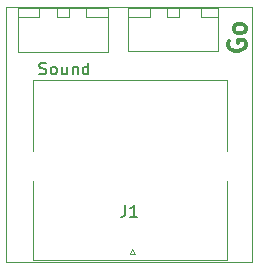
<source format=gbr>
G04 #@! TF.GenerationSoftware,KiCad,Pcbnew,7.0.2*
G04 #@! TF.CreationDate,2023-08-07T19:19:30-05:00*
G04 #@! TF.ProjectId,RJ45GoButton,524a3435-476f-4427-9574-746f6e2e6b69,rev?*
G04 #@! TF.SameCoordinates,Original*
G04 #@! TF.FileFunction,Legend,Top*
G04 #@! TF.FilePolarity,Positive*
%FSLAX46Y46*%
G04 Gerber Fmt 4.6, Leading zero omitted, Abs format (unit mm)*
G04 Created by KiCad (PCBNEW 7.0.2) date 2023-08-07 19:19:30*
%MOMM*%
%LPD*%
G01*
G04 APERTURE LIST*
%ADD10C,0.300000*%
%ADD11C,0.150000*%
%ADD12C,0.120000*%
G04 #@! TA.AperFunction,Profile*
%ADD13C,0.050000*%
G04 #@! TD*
G04 APERTURE END LIST*
D10*
X159225357Y-95415713D02*
X159153928Y-95558571D01*
X159153928Y-95558571D02*
X159153928Y-95772856D01*
X159153928Y-95772856D02*
X159225357Y-95987142D01*
X159225357Y-95987142D02*
X159368214Y-96129999D01*
X159368214Y-96129999D02*
X159511071Y-96201428D01*
X159511071Y-96201428D02*
X159796785Y-96272856D01*
X159796785Y-96272856D02*
X160011071Y-96272856D01*
X160011071Y-96272856D02*
X160296785Y-96201428D01*
X160296785Y-96201428D02*
X160439642Y-96129999D01*
X160439642Y-96129999D02*
X160582500Y-95987142D01*
X160582500Y-95987142D02*
X160653928Y-95772856D01*
X160653928Y-95772856D02*
X160653928Y-95629999D01*
X160653928Y-95629999D02*
X160582500Y-95415713D01*
X160582500Y-95415713D02*
X160511071Y-95344285D01*
X160511071Y-95344285D02*
X160011071Y-95344285D01*
X160011071Y-95344285D02*
X160011071Y-95629999D01*
X160653928Y-94487142D02*
X160582500Y-94629999D01*
X160582500Y-94629999D02*
X160511071Y-94701428D01*
X160511071Y-94701428D02*
X160368214Y-94772856D01*
X160368214Y-94772856D02*
X159939642Y-94772856D01*
X159939642Y-94772856D02*
X159796785Y-94701428D01*
X159796785Y-94701428D02*
X159725357Y-94629999D01*
X159725357Y-94629999D02*
X159653928Y-94487142D01*
X159653928Y-94487142D02*
X159653928Y-94272856D01*
X159653928Y-94272856D02*
X159725357Y-94129999D01*
X159725357Y-94129999D02*
X159796785Y-94058571D01*
X159796785Y-94058571D02*
X159939642Y-93987142D01*
X159939642Y-93987142D02*
X160368214Y-93987142D01*
X160368214Y-93987142D02*
X160511071Y-94058571D01*
X160511071Y-94058571D02*
X160582500Y-94129999D01*
X160582500Y-94129999D02*
X160653928Y-94272856D01*
X160653928Y-94272856D02*
X160653928Y-94487142D01*
D11*
X143192762Y-98205000D02*
X143335619Y-98252619D01*
X143335619Y-98252619D02*
X143573714Y-98252619D01*
X143573714Y-98252619D02*
X143668952Y-98205000D01*
X143668952Y-98205000D02*
X143716571Y-98157380D01*
X143716571Y-98157380D02*
X143764190Y-98062142D01*
X143764190Y-98062142D02*
X143764190Y-97966904D01*
X143764190Y-97966904D02*
X143716571Y-97871666D01*
X143716571Y-97871666D02*
X143668952Y-97824047D01*
X143668952Y-97824047D02*
X143573714Y-97776428D01*
X143573714Y-97776428D02*
X143383238Y-97728809D01*
X143383238Y-97728809D02*
X143288000Y-97681190D01*
X143288000Y-97681190D02*
X143240381Y-97633571D01*
X143240381Y-97633571D02*
X143192762Y-97538333D01*
X143192762Y-97538333D02*
X143192762Y-97443095D01*
X143192762Y-97443095D02*
X143240381Y-97347857D01*
X143240381Y-97347857D02*
X143288000Y-97300238D01*
X143288000Y-97300238D02*
X143383238Y-97252619D01*
X143383238Y-97252619D02*
X143621333Y-97252619D01*
X143621333Y-97252619D02*
X143764190Y-97300238D01*
X144335619Y-98252619D02*
X144240381Y-98205000D01*
X144240381Y-98205000D02*
X144192762Y-98157380D01*
X144192762Y-98157380D02*
X144145143Y-98062142D01*
X144145143Y-98062142D02*
X144145143Y-97776428D01*
X144145143Y-97776428D02*
X144192762Y-97681190D01*
X144192762Y-97681190D02*
X144240381Y-97633571D01*
X144240381Y-97633571D02*
X144335619Y-97585952D01*
X144335619Y-97585952D02*
X144478476Y-97585952D01*
X144478476Y-97585952D02*
X144573714Y-97633571D01*
X144573714Y-97633571D02*
X144621333Y-97681190D01*
X144621333Y-97681190D02*
X144668952Y-97776428D01*
X144668952Y-97776428D02*
X144668952Y-98062142D01*
X144668952Y-98062142D02*
X144621333Y-98157380D01*
X144621333Y-98157380D02*
X144573714Y-98205000D01*
X144573714Y-98205000D02*
X144478476Y-98252619D01*
X144478476Y-98252619D02*
X144335619Y-98252619D01*
X145526095Y-97585952D02*
X145526095Y-98252619D01*
X145097524Y-97585952D02*
X145097524Y-98109761D01*
X145097524Y-98109761D02*
X145145143Y-98205000D01*
X145145143Y-98205000D02*
X145240381Y-98252619D01*
X145240381Y-98252619D02*
X145383238Y-98252619D01*
X145383238Y-98252619D02*
X145478476Y-98205000D01*
X145478476Y-98205000D02*
X145526095Y-98157380D01*
X146002286Y-97585952D02*
X146002286Y-98252619D01*
X146002286Y-97681190D02*
X146049905Y-97633571D01*
X146049905Y-97633571D02*
X146145143Y-97585952D01*
X146145143Y-97585952D02*
X146288000Y-97585952D01*
X146288000Y-97585952D02*
X146383238Y-97633571D01*
X146383238Y-97633571D02*
X146430857Y-97728809D01*
X146430857Y-97728809D02*
X146430857Y-98252619D01*
X147335619Y-98252619D02*
X147335619Y-97252619D01*
X147335619Y-98205000D02*
X147240381Y-98252619D01*
X147240381Y-98252619D02*
X147049905Y-98252619D01*
X147049905Y-98252619D02*
X146954667Y-98205000D01*
X146954667Y-98205000D02*
X146907048Y-98157380D01*
X146907048Y-98157380D02*
X146859429Y-98062142D01*
X146859429Y-98062142D02*
X146859429Y-97776428D01*
X146859429Y-97776428D02*
X146907048Y-97681190D01*
X146907048Y-97681190D02*
X146954667Y-97633571D01*
X146954667Y-97633571D02*
X147049905Y-97585952D01*
X147049905Y-97585952D02*
X147240381Y-97585952D01*
X147240381Y-97585952D02*
X147335619Y-97633571D01*
X150466466Y-109312539D02*
X150466466Y-110026824D01*
X150466466Y-110026824D02*
X150418847Y-110169681D01*
X150418847Y-110169681D02*
X150323609Y-110264920D01*
X150323609Y-110264920D02*
X150180752Y-110312539D01*
X150180752Y-110312539D02*
X150085514Y-110312539D01*
X151466466Y-110312539D02*
X150895038Y-110312539D01*
X151180752Y-110312539D02*
X151180752Y-109312539D01*
X151180752Y-109312539D02*
X151085514Y-109455396D01*
X151085514Y-109455396D02*
X150990276Y-109550634D01*
X150990276Y-109550634D02*
X150895038Y-109598253D01*
D12*
X150740000Y-92650000D02*
X150740000Y-93400000D01*
X150740000Y-93400000D02*
X152540000Y-93400000D01*
X152540000Y-92650000D02*
X150740000Y-92650000D01*
X152540000Y-93400000D02*
X152540000Y-92650000D01*
X154040000Y-92650000D02*
X154040000Y-93400000D01*
X154040000Y-93400000D02*
X155040000Y-93400000D01*
X155040000Y-92650000D02*
X154040000Y-92650000D01*
X155040000Y-93400000D02*
X155040000Y-92650000D01*
X156840000Y-92650000D02*
X156840000Y-93400000D01*
X156840000Y-93400000D02*
X158340000Y-93400000D01*
X158340000Y-92650000D02*
X156540000Y-92650000D01*
X158340000Y-93400000D02*
X158340000Y-92650000D01*
X158350000Y-92640000D02*
X150730000Y-92640000D01*
X150730000Y-92640000D02*
X158344600Y-92640000D01*
X158344600Y-92640000D02*
X158344600Y-96243000D01*
X158344600Y-96243000D02*
X150730000Y-96243000D01*
X150730000Y-96243000D02*
X150730000Y-92640000D01*
X141380000Y-92622300D02*
X141380000Y-93372300D01*
X141380000Y-93372300D02*
X143180000Y-93372300D01*
X143180000Y-92622300D02*
X141380000Y-92622300D01*
X143180000Y-93372300D02*
X143180000Y-92622300D01*
X144680000Y-92622300D02*
X144680000Y-93372300D01*
X144680000Y-93372300D02*
X145680000Y-93372300D01*
X145680000Y-92622300D02*
X144680000Y-92622300D01*
X145680000Y-93372300D02*
X145680000Y-92622300D01*
X147180000Y-92622300D02*
X147180000Y-93372300D01*
X147180000Y-93372300D02*
X148980000Y-93372300D01*
X148980000Y-92622300D02*
X147180000Y-92622300D01*
X148980000Y-93372300D02*
X148980000Y-92622300D01*
X148990000Y-92612300D02*
X141370000Y-92612300D01*
X141370000Y-92612300D02*
X148984600Y-92612300D01*
X148984600Y-92612300D02*
X148984600Y-96367700D01*
X148984600Y-96367700D02*
X141370000Y-96367700D01*
X141370000Y-96367700D02*
X141370000Y-92612300D01*
X142672460Y-98762820D02*
X142672460Y-104775000D01*
X142672460Y-98762820D02*
X159082460Y-98762820D01*
X142672460Y-114002820D02*
X159082460Y-114002820D01*
X142674340Y-107271820D02*
X142672460Y-114002820D01*
X150835360Y-113451640D02*
X151274780Y-113451640D01*
X151048720Y-113019840D02*
X150835360Y-113451640D01*
X151274780Y-113451640D02*
X151048720Y-113019840D01*
X159082460Y-98762820D02*
X159082460Y-104775000D01*
X159084340Y-107271820D02*
X159082460Y-114002820D01*
D13*
X161190000Y-92530000D02*
X161200000Y-114160000D01*
X140410000Y-114160000D02*
X140410000Y-92530000D01*
X161200000Y-114160000D02*
X140410000Y-114160000D01*
X140410000Y-92530000D02*
X161190000Y-92530000D01*
M02*

</source>
